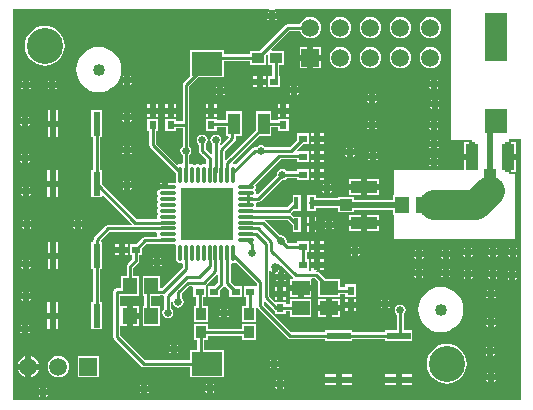
<source format=gtl>
%FSLAX25Y25*%
%MOIN*%
G70*
G01*
G75*
G04 Layer_Physical_Order=1*
G04 Layer_Color=255*
%ADD10O,0.01180X0.05906*%
%ADD11O,0.05906X0.01180*%
%ADD12R,0.17716X0.17716*%
%ADD13R,0.04000X0.03500*%
%ADD14R,0.05906X0.04724*%
%ADD15R,0.03937X0.07087*%
%ADD16R,0.02953X0.02362*%
%ADD17R,0.02362X0.02953*%
%ADD18R,0.02362X0.07874*%
%ADD19R,0.07874X0.02362*%
%ADD20R,0.03500X0.04000*%
%ADD21R,0.04724X0.05512*%
%ADD22R,0.08800X0.04200*%
%ADD23R,0.04000X0.04000*%
%ADD24R,0.01400X0.04000*%
%ADD25R,0.07200X0.08000*%
%ADD26R,0.07200X0.16000*%
%ADD27R,0.04200X0.08800*%
%ADD28R,0.04000X0.04000*%
%ADD29C,0.01000*%
%ADD30C,0.02000*%
%ADD31C,0.04000*%
%ADD32C,0.10000*%
%ADD33R,0.03000X0.03000*%
%ADD34R,0.10000X0.08000*%
%ADD35C,0.12000*%
%ADD36C,0.04000*%
%ADD37R,0.05906X0.05906*%
%ADD38C,0.05906*%
%ADD39C,0.02500*%
G36*
X146800Y87700D02*
X153800D01*
Y87000D01*
X155000D01*
Y81999D01*
X154001D01*
Y81000D01*
X151300D01*
Y77500D01*
X128000D01*
X127800Y77300D01*
Y69356D01*
X127495D01*
Y67631D01*
X114600D01*
Y68600D01*
X109400D01*
Y68231D01*
X101900D01*
Y69200D01*
X99000D01*
Y66759D01*
X98968Y66600D01*
X98969Y66599D01*
X99000Y66441D01*
Y64000D01*
X101900D01*
Y64969D01*
X109400D01*
Y63400D01*
X114600D01*
Y64369D01*
X127495D01*
Y62644D01*
X127800D01*
Y54600D01*
X168100D01*
X168200Y54500D01*
Y76300D01*
X166300D01*
Y77000D01*
X165000D01*
Y81999D01*
Y87000D01*
X166300D01*
Y87900D01*
X170184D01*
Y816D01*
X816D01*
Y131184D01*
X86278D01*
X86423Y130706D01*
X86478Y130743D01*
X87200Y130886D01*
X87922Y130743D01*
X87977Y130706D01*
X88122Y131184D01*
X146800D01*
Y87700D01*
D02*
G37*
%LPC*%
G36*
X159800Y44457D02*
X159466Y44234D01*
X159243Y43900D01*
X159800D01*
Y44457D01*
D02*
G37*
G36*
X153700D02*
Y43900D01*
X154257D01*
X154034Y44234D01*
X153700Y44457D01*
D02*
G37*
G36*
X161800D02*
Y43900D01*
X162357D01*
X162134Y44234D01*
X161800Y44457D01*
D02*
G37*
G36*
X137100Y44657D02*
Y44100D01*
X137657D01*
X137434Y44434D01*
X137100Y44657D01*
D02*
G37*
G36*
X135100D02*
X134766Y44434D01*
X134543Y44100D01*
X135100D01*
Y44657D01*
D02*
G37*
G36*
X91200Y43557D02*
Y43000D01*
X91757D01*
X91534Y43334D01*
X91200Y43557D01*
D02*
G37*
G36*
X89695Y44256D02*
X89657Y44200D01*
X89100D01*
Y43643D01*
X88822Y43457D01*
X88328Y43359D01*
X88605Y42944D01*
X88643Y43000D01*
X89200D01*
Y43557D01*
X89478Y43743D01*
X89972Y43841D01*
X89695Y44256D01*
D02*
G37*
G36*
X166400Y44157D02*
X166066Y43934D01*
X165843Y43600D01*
X166400D01*
Y44157D01*
D02*
G37*
G36*
X151700Y44457D02*
X151366Y44234D01*
X151143Y43900D01*
X151700D01*
Y44457D01*
D02*
G37*
G36*
X168400Y44157D02*
Y43600D01*
X168957D01*
X168734Y43934D01*
X168400Y44157D01*
D02*
G37*
G36*
X6757Y45200D02*
X6200D01*
Y44643D01*
X6534Y44866D01*
X6757Y45200D01*
D02*
G37*
G36*
X4200D02*
X3643D01*
X3866Y44866D01*
X4200Y44643D01*
Y45200D01*
D02*
G37*
G36*
X48000Y46000D02*
X47443D01*
X47666Y45666D01*
X48000Y45443D01*
Y46000D01*
D02*
G37*
G36*
X101362Y47781D02*
X100286D01*
Y47000D01*
X101362D01*
Y47781D01*
D02*
G37*
G36*
X50557Y46000D02*
X50000D01*
Y45443D01*
X50334Y45666D01*
X50557Y46000D01*
D02*
G37*
G36*
X144100Y44857D02*
X143766Y44634D01*
X143543Y44300D01*
X144100D01*
Y44857D01*
D02*
G37*
G36*
X104439Y45000D02*
X103362D01*
Y44219D01*
X104439D01*
Y45000D01*
D02*
G37*
G36*
X146100Y44857D02*
Y44300D01*
X146657D01*
X146434Y44634D01*
X146100Y44857D01*
D02*
G37*
G36*
X15998Y48039D02*
X15217D01*
Y44502D01*
X15998D01*
Y48039D01*
D02*
G37*
G36*
X13217D02*
X12436D01*
Y44502D01*
X13217D01*
Y48039D01*
D02*
G37*
G36*
X146657Y42300D02*
X146100D01*
Y41743D01*
X146434Y41966D01*
X146657Y42300D01*
D02*
G37*
G36*
X161300Y37857D02*
Y37300D01*
X161857D01*
X161634Y37634D01*
X161300Y37857D01*
D02*
G37*
G36*
X159300D02*
X158966Y37634D01*
X158743Y37300D01*
X159300D01*
Y37857D01*
D02*
G37*
G36*
X89000Y38439D02*
X88219D01*
Y37362D01*
X89000D01*
Y38439D01*
D02*
G37*
G36*
X89200Y41000D02*
X88643D01*
X88866Y40666D01*
X89200Y40443D01*
Y41000D01*
D02*
G37*
G36*
X91781Y38439D02*
X91000D01*
Y37362D01*
X91781D01*
Y38439D01*
D02*
G37*
G36*
X95776Y37347D02*
X93223D01*
Y35384D01*
X95776D01*
Y37347D01*
D02*
G37*
G36*
X161857Y35300D02*
X161300D01*
Y34743D01*
X161634Y34966D01*
X161857Y35300D01*
D02*
G37*
G36*
X100328Y37347D02*
X97776D01*
Y35384D01*
X100328D01*
Y37347D01*
D02*
G37*
G36*
X6200Y37057D02*
Y36500D01*
X6757D01*
X6534Y36834D01*
X6200Y37057D01*
D02*
G37*
G36*
X4200D02*
X3866Y36834D01*
X3643Y36500D01*
X4200D01*
Y37057D01*
D02*
G37*
G36*
X162357Y41900D02*
X161800D01*
Y41343D01*
X162134Y41566D01*
X162357Y41900D01*
D02*
G37*
G36*
X159800D02*
X159243D01*
X159466Y41566D01*
X159800Y41343D01*
Y41900D01*
D02*
G37*
G36*
X135100Y42100D02*
X134543D01*
X134766Y41766D01*
X135100Y41543D01*
Y42100D01*
D02*
G37*
G36*
X144100Y42300D02*
X143543D01*
X143766Y41966D01*
X144100Y41743D01*
Y42300D01*
D02*
G37*
G36*
X137657Y42100D02*
X137100D01*
Y41543D01*
X137434Y41766D01*
X137657Y42100D01*
D02*
G37*
G36*
X166400Y41600D02*
X165843D01*
X166066Y41266D01*
X166400Y41043D01*
Y41600D01*
D02*
G37*
G36*
X91757Y41000D02*
X91200D01*
Y40443D01*
X91534Y40666D01*
X91757Y41000D01*
D02*
G37*
G36*
X168957Y41600D02*
X168400D01*
Y41043D01*
X168734Y41266D01*
X168957Y41600D01*
D02*
G37*
G36*
X154257Y41900D02*
X153700D01*
Y41343D01*
X154034Y41566D01*
X154257Y41900D01*
D02*
G37*
G36*
X151700D02*
X151143D01*
X151366Y41566D01*
X151700Y41343D01*
Y41900D01*
D02*
G37*
G36*
X104439Y47781D02*
X103362D01*
Y47000D01*
X104439D01*
Y47781D01*
D02*
G37*
G36*
X153600Y51657D02*
Y51100D01*
X154157D01*
X153934Y51434D01*
X153600Y51657D01*
D02*
G37*
G36*
X151600D02*
X151266Y51434D01*
X151043Y51100D01*
X151600D01*
Y51657D01*
D02*
G37*
G36*
X159900D02*
X159566Y51434D01*
X159343Y51100D01*
X159900D01*
Y51657D01*
D02*
G37*
G36*
X166500D02*
X166166Y51434D01*
X165943Y51100D01*
X166500D01*
Y51657D01*
D02*
G37*
G36*
X161900D02*
Y51100D01*
X162457D01*
X162234Y51434D01*
X161900Y51657D01*
D02*
G37*
G36*
X135200Y51157D02*
X134866Y50934D01*
X134643Y50600D01*
X135200D01*
Y51157D01*
D02*
G37*
G36*
X104439Y51000D02*
X103362D01*
Y50219D01*
X104439D01*
Y51000D01*
D02*
G37*
G36*
X137200Y51157D02*
Y50600D01*
X137757D01*
X137534Y50934D01*
X137200Y51157D01*
D02*
G37*
G36*
X146100D02*
Y50600D01*
X146657D01*
X146434Y50934D01*
X146100Y51157D01*
D02*
G37*
G36*
X144100D02*
X143766Y50934D01*
X143543Y50600D01*
X144100D01*
Y51157D01*
D02*
G37*
G36*
X104439Y53781D02*
X103362D01*
Y53000D01*
X104439D01*
Y53781D01*
D02*
G37*
G36*
X101362D02*
X100286D01*
Y53000D01*
X101362D01*
Y53781D01*
D02*
G37*
G36*
X99600Y62000D02*
X99000D01*
Y59399D01*
Y56800D01*
X99600D01*
Y59399D01*
Y62000D01*
D02*
G37*
G36*
X117000Y59000D02*
X113000D01*
Y57300D01*
X117000D01*
Y59000D01*
D02*
G37*
G36*
X101900Y58400D02*
X101600D01*
Y56800D01*
X101900D01*
Y58400D01*
D02*
G37*
G36*
X114000Y51957D02*
X113666Y51734D01*
X113443Y51400D01*
X114000D01*
Y51957D01*
D02*
G37*
G36*
X168500Y51657D02*
Y51100D01*
X169057D01*
X168834Y51434D01*
X168500Y51657D01*
D02*
G37*
G36*
X116000Y51957D02*
Y51400D01*
X116557D01*
X116334Y51734D01*
X116000Y51957D01*
D02*
G37*
G36*
X39214Y52781D02*
X38138D01*
Y52000D01*
X39214D01*
Y52781D01*
D02*
G37*
G36*
X36138D02*
X35061D01*
Y52000D01*
X36138D01*
Y52781D01*
D02*
G37*
G36*
X101362Y51000D02*
X100286D01*
Y50219D01*
X101362D01*
Y51000D01*
D02*
G37*
G36*
X144100Y48600D02*
X143543D01*
X143766Y48266D01*
X144100Y48043D01*
Y48600D01*
D02*
G37*
G36*
X137757D02*
X137200D01*
Y48043D01*
X137534Y48266D01*
X137757Y48600D01*
D02*
G37*
G36*
X146657D02*
X146100D01*
Y48043D01*
X146434Y48266D01*
X146657Y48600D01*
D02*
G37*
G36*
X154157Y49100D02*
X153600D01*
Y48543D01*
X153934Y48766D01*
X154157Y49100D01*
D02*
G37*
G36*
X151600D02*
X151043D01*
X151266Y48766D01*
X151600Y48543D01*
Y49100D01*
D02*
G37*
G36*
X6200Y47757D02*
Y47200D01*
X6757D01*
X6534Y47534D01*
X6200Y47757D01*
D02*
G37*
G36*
X4200D02*
X3866Y47534D01*
X3643Y47200D01*
X4200D01*
Y47757D01*
D02*
G37*
G36*
X48000Y48557D02*
X47666Y48334D01*
X47443Y48000D01*
X48000D01*
Y48557D01*
D02*
G37*
G36*
X135200Y48600D02*
X134643D01*
X134866Y48266D01*
X135200Y48043D01*
Y48600D01*
D02*
G37*
G36*
X50000Y48557D02*
Y48000D01*
X50557D01*
X50334Y48334D01*
X50000Y48557D01*
D02*
G37*
G36*
X36138Y50000D02*
X35061D01*
Y49219D01*
X36138D01*
Y50000D01*
D02*
G37*
G36*
X116557Y49400D02*
X116000D01*
Y48843D01*
X116334Y49066D01*
X116557Y49400D01*
D02*
G37*
G36*
X39214Y50000D02*
X38138D01*
Y49219D01*
X39214D01*
Y50000D01*
D02*
G37*
G36*
X15998Y53576D02*
X15217D01*
Y50039D01*
X15998D01*
Y53576D01*
D02*
G37*
G36*
X13217D02*
X12436D01*
Y50039D01*
X13217D01*
Y53576D01*
D02*
G37*
G36*
X162457Y49100D02*
X161900D01*
Y48543D01*
X162234Y48766D01*
X162457Y49100D01*
D02*
G37*
G36*
X159900D02*
X159343D01*
X159566Y48766D01*
X159900Y48543D01*
Y49100D01*
D02*
G37*
G36*
X166500D02*
X165943D01*
X166166Y48766D01*
X166500Y48543D01*
Y49100D01*
D02*
G37*
G36*
X114000Y49400D02*
X113443D01*
X113666Y49066D01*
X114000Y48843D01*
Y49400D01*
D02*
G37*
G36*
X169057Y49100D02*
X168500D01*
Y48543D01*
X168834Y48766D01*
X169057Y49100D01*
D02*
G37*
G36*
X128539Y9419D02*
X125002D01*
Y8638D01*
X128539D01*
Y9419D01*
D02*
G37*
G36*
X9431Y11000D02*
X7000D01*
Y8569D01*
X7792Y8897D01*
X8534Y9466D01*
X9103Y10208D01*
X9431Y11000D01*
D02*
G37*
G36*
X134076Y9419D02*
X130539D01*
Y8638D01*
X134076D01*
Y9419D01*
D02*
G37*
G36*
X113998Y9498D02*
X110461D01*
Y8717D01*
X113998D01*
Y9498D01*
D02*
G37*
G36*
X108461D02*
X104924D01*
Y8717D01*
X108461D01*
Y9498D01*
D02*
G37*
G36*
X90800Y7757D02*
Y7200D01*
X91357D01*
X91134Y7534D01*
X90800Y7757D01*
D02*
G37*
G36*
X88800D02*
X88466Y7534D01*
X88243Y7200D01*
X88800D01*
Y7757D01*
D02*
G37*
G36*
X16000Y15583D02*
X15073Y15461D01*
X14208Y15103D01*
X13466Y14534D01*
X12897Y13792D01*
X12539Y12927D01*
X12417Y12000D01*
X12539Y11073D01*
X12897Y10208D01*
X13466Y9466D01*
X14208Y8897D01*
X15073Y8539D01*
X16000Y8417D01*
X16927Y8539D01*
X17792Y8897D01*
X18534Y9466D01*
X19103Y10208D01*
X19461Y11073D01*
X19583Y12000D01*
X19461Y12927D01*
X19103Y13792D01*
X18534Y14534D01*
X17792Y15103D01*
X16927Y15461D01*
X16000Y15583D01*
D02*
G37*
G36*
X5000Y11000D02*
X2569D01*
X2897Y10208D01*
X3466Y9466D01*
X4208Y8897D01*
X5000Y8569D01*
Y11000D01*
D02*
G37*
G36*
X29553Y15553D02*
X22447D01*
Y8447D01*
X29553D01*
Y15553D01*
D02*
G37*
G36*
X87000Y14557D02*
X86666Y14334D01*
X86443Y14000D01*
X87000D01*
Y14557D01*
D02*
G37*
G36*
X7000Y15431D02*
Y13000D01*
X9431D01*
X9103Y13792D01*
X8534Y14534D01*
X7792Y15103D01*
X7000Y15431D01*
D02*
G37*
G36*
X89000Y14557D02*
Y14000D01*
X89557D01*
X89334Y14334D01*
X89000Y14557D01*
D02*
G37*
G36*
X161557Y16100D02*
X161000D01*
Y15543D01*
X161334Y15766D01*
X161557Y16100D01*
D02*
G37*
G36*
X159000D02*
X158443D01*
X158666Y15766D01*
X159000Y15543D01*
Y16100D01*
D02*
G37*
G36*
X161300Y10057D02*
Y9500D01*
X161857D01*
X161634Y9834D01*
X161300Y10057D01*
D02*
G37*
G36*
X159300D02*
X158966Y9834D01*
X158743Y9500D01*
X159300D01*
Y10057D01*
D02*
G37*
G36*
X87000Y12000D02*
X86443D01*
X86666Y11666D01*
X87000Y11443D01*
Y12000D01*
D02*
G37*
G36*
X5000Y15431D02*
X4208Y15103D01*
X3466Y14534D01*
X2897Y13792D01*
X2569Y13000D01*
X5000D01*
Y15431D01*
D02*
G37*
G36*
X89557Y12000D02*
X89000D01*
Y11443D01*
X89334Y11666D01*
X89557Y12000D01*
D02*
G37*
G36*
X161857Y7500D02*
X161300D01*
Y6943D01*
X161634Y7166D01*
X161857Y7500D01*
D02*
G37*
G36*
X10000Y5157D02*
X9666Y4934D01*
X9443Y4600D01*
X10000D01*
Y5157D01*
D02*
G37*
G36*
X68057Y3900D02*
X67500D01*
Y3343D01*
X67834Y3566D01*
X68057Y3900D01*
D02*
G37*
G36*
X12000Y5157D02*
Y4600D01*
X12557D01*
X12334Y4934D01*
X12000Y5157D01*
D02*
G37*
G36*
X91357Y5200D02*
X90800D01*
Y4643D01*
X91134Y4866D01*
X91357Y5200D01*
D02*
G37*
G36*
X88800D02*
X88243D01*
X88466Y4866D01*
X88800Y4643D01*
Y5200D01*
D02*
G37*
G36*
X12557Y2600D02*
X12000D01*
Y2043D01*
X12334Y2266D01*
X12557Y2600D01*
D02*
G37*
G36*
X10000D02*
X9443D01*
X9666Y2266D01*
X10000Y2043D01*
Y2600D01*
D02*
G37*
G36*
X43700Y3700D02*
X43143D01*
X43366Y3366D01*
X43700Y3143D01*
Y3700D01*
D02*
G37*
G36*
X65500Y3900D02*
X64943D01*
X65166Y3566D01*
X65500Y3343D01*
Y3900D01*
D02*
G37*
G36*
X46257Y3700D02*
X45700D01*
Y3143D01*
X46034Y3366D01*
X46257Y3700D01*
D02*
G37*
G36*
X108461Y6717D02*
X104924D01*
Y5935D01*
X108461D01*
Y6717D01*
D02*
G37*
G36*
X67500Y6457D02*
Y5900D01*
X68057D01*
X67834Y6234D01*
X67500Y6457D01*
D02*
G37*
G36*
X113998Y6717D02*
X110461D01*
Y5935D01*
X113998D01*
Y6717D01*
D02*
G37*
G36*
X159300Y7500D02*
X158743D01*
X158966Y7166D01*
X159300Y6943D01*
Y7500D01*
D02*
G37*
G36*
X145500Y19632D02*
X144206Y19504D01*
X142962Y19127D01*
X141815Y18514D01*
X140811Y17689D01*
X139986Y16684D01*
X139373Y15538D01*
X138996Y14294D01*
X138868Y13000D01*
X138996Y11706D01*
X139373Y10462D01*
X139986Y9315D01*
X140811Y8310D01*
X141815Y7486D01*
X142962Y6873D01*
X144206Y6496D01*
X145500Y6368D01*
X146794Y6496D01*
X148038Y6873D01*
X149185Y7486D01*
X150189Y8310D01*
X151014Y9315D01*
X151627Y10462D01*
X152005Y11706D01*
X152132Y13000D01*
X152005Y14294D01*
X151627Y15538D01*
X151014Y16684D01*
X150189Y17689D01*
X149185Y18514D01*
X148038Y19127D01*
X146794Y19504D01*
X145500Y19632D01*
D02*
G37*
G36*
X45700Y6257D02*
Y5700D01*
X46257D01*
X46034Y6034D01*
X45700Y6257D01*
D02*
G37*
G36*
X43700D02*
X43366Y6034D01*
X43143Y5700D01*
X43700D01*
Y6257D01*
D02*
G37*
G36*
X128539Y6638D02*
X125002D01*
Y5857D01*
X128539D01*
Y6638D01*
D02*
G37*
G36*
X65500Y6457D02*
X65166Y6234D01*
X64943Y5900D01*
X65500D01*
Y6457D01*
D02*
G37*
G36*
X134076Y6638D02*
X130539D01*
Y5857D01*
X134076D01*
Y6638D01*
D02*
G37*
G36*
X53500Y17000D02*
X52943D01*
X53166Y16666D01*
X53500Y16443D01*
Y17000D01*
D02*
G37*
G36*
X72200Y31557D02*
Y31000D01*
X72757D01*
X72534Y31334D01*
X72200Y31557D01*
D02*
G37*
G36*
X70200D02*
X69866Y31334D01*
X69643Y31000D01*
X70200D01*
Y31557D01*
D02*
G37*
G36*
X124000Y32000D02*
X123443D01*
X123666Y31666D01*
X124000Y31443D01*
Y32000D01*
D02*
G37*
G36*
X105224Y34616D02*
X102672D01*
Y32653D01*
X105224D01*
Y34616D01*
D02*
G37*
G36*
X126557Y32000D02*
X126000D01*
Y31443D01*
X126334Y31666D01*
X126557Y32000D01*
D02*
G37*
G36*
X15919Y33498D02*
X15138D01*
Y29961D01*
X15919D01*
Y33498D01*
D02*
G37*
G36*
X13138D02*
X12357D01*
Y29961D01*
X13138D01*
Y33498D01*
D02*
G37*
G36*
X42919Y32356D02*
X40957D01*
Y30000D01*
X42919D01*
Y32356D01*
D02*
G37*
G36*
X115281Y31638D02*
X114500D01*
Y30561D01*
X115281D01*
Y31638D01*
D02*
G37*
G36*
X112500D02*
X111719D01*
Y30561D01*
X112500D01*
Y31638D01*
D02*
G37*
G36*
X126000Y34557D02*
Y34000D01*
X126557D01*
X126334Y34334D01*
X126000Y34557D01*
D02*
G37*
G36*
X124000D02*
X123666Y34334D01*
X123443Y34000D01*
X124000D01*
Y34557D01*
D02*
G37*
G36*
X89000Y35362D02*
X88219D01*
Y34286D01*
X89000D01*
Y35362D01*
D02*
G37*
G36*
X159300Y35300D02*
X158743D01*
X158966Y34966D01*
X159300Y34743D01*
Y35300D01*
D02*
G37*
G36*
X91781Y35362D02*
X91000D01*
Y34286D01*
X91781D01*
Y35362D01*
D02*
G37*
G36*
X112500Y34714D02*
X111719D01*
Y33638D01*
X112500D01*
Y34714D01*
D02*
G37*
G36*
X109777Y34616D02*
X107224D01*
Y32653D01*
X109777D01*
Y34616D01*
D02*
G37*
G36*
X115281Y34714D02*
X114500D01*
Y33638D01*
X115281D01*
Y34714D01*
D02*
G37*
G36*
X6757Y34500D02*
X6200D01*
Y33943D01*
X6534Y34166D01*
X6757Y34500D01*
D02*
G37*
G36*
X4200D02*
X3643D01*
X3866Y34166D01*
X4200Y33943D01*
Y34500D01*
D02*
G37*
G36*
X109777Y30654D02*
X107224D01*
Y28691D01*
X109777D01*
Y30654D01*
D02*
G37*
G36*
X6457Y23700D02*
X5900D01*
Y23143D01*
X6234Y23366D01*
X6457Y23700D01*
D02*
G37*
G36*
X3900D02*
X3343D01*
X3566Y23366D01*
X3900Y23143D01*
Y23700D01*
D02*
G37*
G36*
X143500Y38539D02*
X142029Y38394D01*
X140615Y37966D01*
X139311Y37269D01*
X138169Y36331D01*
X137231Y35189D01*
X136535Y33885D01*
X136105Y32471D01*
X135961Y31000D01*
X136105Y29529D01*
X136535Y28115D01*
X137231Y26811D01*
X138169Y25669D01*
X139311Y24731D01*
X140615Y24035D01*
X142029Y23605D01*
X143500Y23461D01*
X144971Y23605D01*
X146385Y24035D01*
X147689Y24731D01*
X148831Y25669D01*
X149769Y26811D01*
X150466Y28115D01*
X150895Y29529D01*
X151039Y31000D01*
X150895Y32471D01*
X150466Y33885D01*
X149769Y35189D01*
X148831Y36331D01*
X147689Y37269D01*
X146385Y37966D01*
X144971Y38394D01*
X143500Y38539D01*
D02*
G37*
G36*
X15919Y27961D02*
X15138D01*
Y24424D01*
X15919D01*
Y27961D01*
D02*
G37*
G36*
X13138D02*
X12357D01*
Y24424D01*
X13138D01*
Y27961D01*
D02*
G37*
G36*
X159000Y18657D02*
X158666Y18434D01*
X158443Y18100D01*
X159000D01*
Y18657D01*
D02*
G37*
G36*
X56057Y17000D02*
X55500D01*
Y16443D01*
X55834Y16666D01*
X56057Y17000D01*
D02*
G37*
G36*
X161000Y18657D02*
Y18100D01*
X161557D01*
X161334Y18434D01*
X161000Y18657D01*
D02*
G37*
G36*
X55500Y19557D02*
Y19000D01*
X56057D01*
X55834Y19334D01*
X55500Y19557D01*
D02*
G37*
G36*
X53500D02*
X53166Y19334D01*
X52943Y19000D01*
X53500D01*
Y19557D01*
D02*
G37*
G36*
X161300Y28457D02*
Y27900D01*
X161857D01*
X161634Y28234D01*
X161300Y28457D01*
D02*
G37*
G36*
X159300D02*
X158966Y28234D01*
X158743Y27900D01*
X159300D01*
Y28457D01*
D02*
G37*
G36*
X70200Y29000D02*
X69643D01*
X69866Y28666D01*
X70200Y28443D01*
Y29000D01*
D02*
G37*
G36*
X105224Y30654D02*
X102672D01*
Y28691D01*
X105224D01*
Y30654D01*
D02*
G37*
G36*
X72757Y29000D02*
X72200D01*
Y28443D01*
X72534Y28666D01*
X72757Y29000D01*
D02*
G37*
G36*
X161857Y25900D02*
X161300D01*
Y25343D01*
X161634Y25566D01*
X161857Y25900D01*
D02*
G37*
G36*
X159300D02*
X158743D01*
X158966Y25566D01*
X159300Y25343D01*
Y25900D01*
D02*
G37*
G36*
X42919Y28000D02*
X40957D01*
Y25644D01*
X42919D01*
Y28000D01*
D02*
G37*
G36*
X5900Y26257D02*
Y25700D01*
X6457D01*
X6234Y26034D01*
X5900Y26257D01*
D02*
G37*
G36*
X3900D02*
X3566Y26034D01*
X3343Y25700D01*
X3900D01*
Y26257D01*
D02*
G37*
G36*
X123000Y59000D02*
X119000D01*
Y57300D01*
X123000D01*
Y59000D01*
D02*
G37*
G36*
X68781Y99439D02*
X68000D01*
Y98362D01*
X68781D01*
Y99439D01*
D02*
G37*
G36*
X66000D02*
X65219D01*
Y98362D01*
X66000D01*
Y99439D01*
D02*
G37*
G36*
X90000D02*
X89219D01*
Y98362D01*
X90000D01*
Y99439D01*
D02*
G37*
G36*
X119600Y100500D02*
X119043D01*
X119266Y100166D01*
X119600Y99943D01*
Y100500D01*
D02*
G37*
G36*
X92781Y99439D02*
X92000D01*
Y98362D01*
X92781D01*
Y99439D01*
D02*
G37*
G36*
X46500D02*
X45719D01*
Y98362D01*
X46500D01*
Y99439D01*
D02*
G37*
G36*
X143057Y98600D02*
X142500D01*
Y98043D01*
X142834Y98266D01*
X143057Y98600D01*
D02*
G37*
G36*
X49281Y99439D02*
X48500D01*
Y98362D01*
X49281D01*
Y99439D01*
D02*
G37*
G36*
X55281D02*
X54500D01*
Y98362D01*
X55281D01*
Y99439D01*
D02*
G37*
G36*
X52500D02*
X51719D01*
Y98362D01*
X52500D01*
Y99439D01*
D02*
G37*
G36*
X121600Y103057D02*
Y102500D01*
X122157D01*
X121934Y102834D01*
X121600Y103057D01*
D02*
G37*
G36*
X119600D02*
X119266Y102834D01*
X119043Y102500D01*
X119600D01*
Y103057D01*
D02*
G37*
G36*
X93700Y103200D02*
X93143D01*
X93366Y102866D01*
X93700Y102643D01*
Y103200D01*
D02*
G37*
G36*
X29500Y118539D02*
X28029Y118395D01*
X26615Y117965D01*
X25311Y117269D01*
X24169Y116331D01*
X23231Y115189D01*
X22535Y113885D01*
X22105Y112471D01*
X21961Y111000D01*
X22105Y109529D01*
X22535Y108115D01*
X23231Y106811D01*
X24169Y105669D01*
X25311Y104731D01*
X26615Y104034D01*
X28029Y103605D01*
X29500Y103461D01*
X30971Y103605D01*
X32385Y104034D01*
X33689Y104731D01*
X34831Y105669D01*
X35769Y106811D01*
X36465Y108115D01*
X36895Y109529D01*
X37039Y111000D01*
X36895Y112471D01*
X36465Y113885D01*
X35769Y115189D01*
X34831Y116331D01*
X33689Y117269D01*
X32385Y117965D01*
X30971Y118395D01*
X29500Y118539D01*
D02*
G37*
G36*
X96257Y103200D02*
X95700D01*
Y102643D01*
X96034Y102866D01*
X96257Y103200D01*
D02*
G37*
G36*
X140500Y101157D02*
X140166Y100934D01*
X139943Y100600D01*
X140500D01*
Y101157D01*
D02*
G37*
G36*
X122157Y100500D02*
X121600D01*
Y99943D01*
X121934Y100166D01*
X122157Y100500D01*
D02*
G37*
G36*
X142500Y101157D02*
Y100600D01*
X143057D01*
X142834Y100934D01*
X142500Y101157D01*
D02*
G37*
G36*
X71557Y103000D02*
X71000D01*
Y102443D01*
X71334Y102666D01*
X71557Y103000D01*
D02*
G37*
G36*
X69000D02*
X68443D01*
X68666Y102666D01*
X69000Y102443D01*
Y103000D01*
D02*
G37*
G36*
X140500Y98600D02*
X139943D01*
X140166Y98266D01*
X140500Y98043D01*
Y98600D01*
D02*
G37*
G36*
X13217Y97576D02*
X12436D01*
Y94039D01*
X13217D01*
Y97576D01*
D02*
G37*
G36*
X121600Y94257D02*
Y93700D01*
X122157D01*
X121934Y94034D01*
X121600Y94257D01*
D02*
G37*
G36*
X15998Y97576D02*
X15217D01*
Y94039D01*
X15998D01*
Y97576D01*
D02*
G37*
G36*
X5900Y95457D02*
Y94900D01*
X6457D01*
X6234Y95234D01*
X5900Y95457D01*
D02*
G37*
G36*
X3900D02*
X3566Y95234D01*
X3343Y94900D01*
X3900D01*
Y95457D01*
D02*
G37*
G36*
X142100Y93957D02*
Y93400D01*
X142657D01*
X142434Y93734D01*
X142100Y93957D01*
D02*
G37*
G36*
X140100D02*
X139766Y93734D01*
X139543Y93400D01*
X140100D01*
Y93957D01*
D02*
G37*
G36*
X37900Y94100D02*
X37343D01*
X37566Y93766D01*
X37900Y93543D01*
Y94100D01*
D02*
G37*
G36*
X119600Y94257D02*
X119266Y94034D01*
X119043Y93700D01*
X119600D01*
Y94257D01*
D02*
G37*
G36*
X40457Y94100D02*
X39900D01*
Y93543D01*
X40234Y93766D01*
X40457Y94100D01*
D02*
G37*
G36*
X90000Y96362D02*
X89219D01*
Y95286D01*
X90000D01*
Y96362D01*
D02*
G37*
G36*
X68781D02*
X68000D01*
Y95286D01*
X68781D01*
Y96362D01*
D02*
G37*
G36*
X92781D02*
X92000D01*
Y95286D01*
X92781D01*
Y96362D01*
D02*
G37*
G36*
X39900Y96657D02*
Y96100D01*
X40457D01*
X40234Y96434D01*
X39900Y96657D01*
D02*
G37*
G36*
X37900D02*
X37566Y96434D01*
X37343Y96100D01*
X37900D01*
Y96657D01*
D02*
G37*
G36*
X49281Y96362D02*
X48500D01*
Y95286D01*
X49281D01*
Y96362D01*
D02*
G37*
G36*
X46500D02*
X45719D01*
Y95286D01*
X46500D01*
Y96362D01*
D02*
G37*
G36*
X52500D02*
X51719D01*
Y95286D01*
X52500D01*
Y96362D01*
D02*
G37*
G36*
X66000D02*
X65219D01*
Y95286D01*
X66000D01*
Y96362D01*
D02*
G37*
G36*
X55281D02*
X54500D01*
Y95286D01*
X55281D01*
Y96362D01*
D02*
G37*
G36*
X4200Y105000D02*
X3643D01*
X3866Y104666D01*
X4200Y104443D01*
Y105000D01*
D02*
G37*
G36*
X99000Y114000D02*
X96447D01*
Y111447D01*
X99000D01*
Y114000D01*
D02*
G37*
G36*
X140000Y118583D02*
X139073Y118461D01*
X138208Y118103D01*
X137466Y117534D01*
X136897Y116792D01*
X136539Y115927D01*
X136417Y115000D01*
X136539Y114073D01*
X136897Y113208D01*
X137466Y112466D01*
X138208Y111897D01*
X139073Y111539D01*
X140000Y111417D01*
X140927Y111539D01*
X141792Y111897D01*
X142534Y112466D01*
X143103Y113208D01*
X143461Y114073D01*
X143583Y115000D01*
X143461Y115927D01*
X143103Y116792D01*
X142534Y117534D01*
X141792Y118103D01*
X140927Y118461D01*
X140000Y118583D01*
D02*
G37*
G36*
X103553Y114000D02*
X101000D01*
Y111447D01*
X103553D01*
Y114000D01*
D02*
G37*
G36*
X99000Y118553D02*
X96447D01*
Y116000D01*
X99000D01*
Y118553D01*
D02*
G37*
G36*
X11500Y125632D02*
X10206Y125505D01*
X8962Y125127D01*
X7816Y124514D01*
X6810Y123689D01*
X5986Y122685D01*
X5373Y121538D01*
X4995Y120294D01*
X4868Y119000D01*
X4995Y117706D01*
X5373Y116462D01*
X5986Y115315D01*
X6810Y114311D01*
X7816Y113486D01*
X8962Y112873D01*
X10206Y112496D01*
X11500Y112368D01*
X12794Y112496D01*
X14038Y112873D01*
X15184Y113486D01*
X16190Y114311D01*
X17014Y115315D01*
X17627Y116462D01*
X18004Y117706D01*
X18132Y119000D01*
X18004Y120294D01*
X17627Y121538D01*
X17014Y122685D01*
X16190Y123689D01*
X15184Y124514D01*
X14038Y125127D01*
X12794Y125505D01*
X11500Y125632D01*
D02*
G37*
G36*
X40000Y109057D02*
Y108500D01*
X40557D01*
X40334Y108834D01*
X40000Y109057D01*
D02*
G37*
G36*
X38000D02*
X37666Y108834D01*
X37443Y108500D01*
X38000D01*
Y109057D01*
D02*
G37*
G36*
X110000Y118583D02*
X109073Y118461D01*
X108208Y118103D01*
X107466Y117534D01*
X106897Y116792D01*
X106539Y115927D01*
X106417Y115000D01*
X106539Y114073D01*
X106897Y113208D01*
X107466Y112466D01*
X108208Y111897D01*
X109073Y111539D01*
X110000Y111417D01*
X110927Y111539D01*
X111792Y111897D01*
X112534Y112466D01*
X113103Y113208D01*
X113461Y114073D01*
X113583Y115000D01*
X113461Y115927D01*
X113103Y116792D01*
X112534Y117534D01*
X111792Y118103D01*
X110927Y118461D01*
X110000Y118583D01*
D02*
G37*
G36*
X130000D02*
X129073Y118461D01*
X128208Y118103D01*
X127466Y117534D01*
X126897Y116792D01*
X126539Y115927D01*
X126417Y115000D01*
X126539Y114073D01*
X126897Y113208D01*
X127466Y112466D01*
X128208Y111897D01*
X129073Y111539D01*
X130000Y111417D01*
X130927Y111539D01*
X131792Y111897D01*
X132534Y112466D01*
X133103Y113208D01*
X133461Y114073D01*
X133583Y115000D01*
X133461Y115927D01*
X133103Y116792D01*
X132534Y117534D01*
X131792Y118103D01*
X130927Y118461D01*
X130000Y118583D01*
D02*
G37*
G36*
X120000D02*
X119073Y118461D01*
X118208Y118103D01*
X117466Y117534D01*
X116897Y116792D01*
X116539Y115927D01*
X116417Y115000D01*
X116539Y114073D01*
X116897Y113208D01*
X117466Y112466D01*
X118208Y111897D01*
X119073Y111539D01*
X120000Y111417D01*
X120927Y111539D01*
X121792Y111897D01*
X122534Y112466D01*
X123103Y113208D01*
X123461Y114073D01*
X123583Y115000D01*
X123461Y115927D01*
X123103Y116792D01*
X122534Y117534D01*
X121792Y118103D01*
X120927Y118461D01*
X120000Y118583D01*
D02*
G37*
G36*
X86200Y128000D02*
X85643D01*
X85866Y127666D01*
X86200Y127443D01*
Y128000D01*
D02*
G37*
G36*
X100000Y128583D02*
X99073Y128461D01*
X98208Y128103D01*
X97466Y127534D01*
X96897Y126792D01*
X96619Y126122D01*
X92508D01*
X92508Y126122D01*
X92079Y126036D01*
X91715Y125793D01*
X91715Y125793D01*
X83272Y117350D01*
X79908D01*
Y116122D01*
X71100D01*
Y117600D01*
X59900D01*
Y108986D01*
X57746Y106832D01*
X57503Y106468D01*
X57417Y106039D01*
X57417Y106039D01*
Y93759D01*
X55281D01*
Y94714D01*
X51719D01*
Y90561D01*
X55281D01*
Y91516D01*
X57417D01*
Y85502D01*
X57166Y85334D01*
X56757Y84722D01*
X56614Y84000D01*
X56757Y83278D01*
X57166Y82666D01*
X57417Y82498D01*
Y79796D01*
X57031Y79479D01*
X56571Y79571D01*
X56106Y79478D01*
X55718Y79219D01*
X48622Y86315D01*
Y90561D01*
X49281D01*
Y94714D01*
X45719D01*
Y90561D01*
X46378D01*
Y85850D01*
X46378Y85850D01*
X46464Y85421D01*
X46707Y85057D01*
X55357Y76407D01*
Y73632D01*
X55405Y73389D01*
X55052Y73035D01*
X54868Y73072D01*
X52720D01*
Y71857D01*
X51722D01*
Y71103D01*
X50143D01*
X49678Y71011D01*
X49474Y70874D01*
X49285Y71000D01*
Y70748D01*
X49022Y70354D01*
X48929Y69890D01*
X49022Y69425D01*
X49285Y69032D01*
Y68779D01*
X49022Y68386D01*
X48929Y67921D01*
X49022Y67457D01*
X49285Y67063D01*
Y66811D01*
X49022Y66417D01*
X48929Y65953D01*
X49022Y65488D01*
X49285Y65095D01*
Y64842D01*
X49022Y64449D01*
X48929Y63984D01*
X49022Y63520D01*
X49285Y63126D01*
Y62874D01*
X49022Y62480D01*
X48929Y62016D01*
X49021Y61555D01*
X48704Y61169D01*
X42161D01*
X30564Y72766D01*
Y77498D01*
X29905D01*
Y88502D01*
X30564D01*
Y97576D01*
X27002D01*
Y88502D01*
X27662D01*
Y77498D01*
X27002D01*
Y68424D01*
X30564D01*
Y68940D01*
X31026Y69131D01*
X40496Y59662D01*
X40304Y59200D01*
X32579D01*
X32579Y59200D01*
X32149Y59115D01*
X31786Y58872D01*
X31786Y58872D01*
X27990Y55076D01*
X27747Y54713D01*
X27662Y54283D01*
X27662Y54283D01*
Y53576D01*
X27002D01*
Y44502D01*
X27662D01*
Y33498D01*
X27002D01*
Y24424D01*
X30564D01*
Y33498D01*
X29905D01*
Y44502D01*
X30564D01*
Y53576D01*
X30316D01*
X30125Y54038D01*
X33043Y56957D01*
X48704D01*
X49021Y56571D01*
X48929Y56110D01*
X49021Y55650D01*
X48704Y55263D01*
X45004D01*
X45004Y55263D01*
X44575Y55178D01*
X44211Y54935D01*
X44211Y54935D01*
X42057Y52781D01*
X39786D01*
Y49219D01*
X40741D01*
Y47827D01*
X39164Y46250D01*
X38921Y45886D01*
X38835Y45457D01*
X38835Y45457D01*
Y42356D01*
X36994D01*
Y38122D01*
X35500D01*
X35071Y38036D01*
X34707Y37793D01*
X34464Y37429D01*
X34378Y37000D01*
Y22000D01*
X34378Y22000D01*
X34464Y21571D01*
X34707Y21207D01*
X43707Y12207D01*
X43707Y12207D01*
X44071Y11964D01*
X44500Y11878D01*
X59900D01*
Y8400D01*
X71100D01*
Y17600D01*
X64622D01*
Y20908D01*
X65850D01*
Y22386D01*
X77150D01*
Y20908D01*
X81850D01*
Y26108D01*
X77150D01*
Y24629D01*
X65850D01*
Y26108D01*
X61150D01*
Y20908D01*
X62379D01*
Y17600D01*
X59900D01*
Y14121D01*
X44965D01*
X36622Y22465D01*
Y25644D01*
X36994D01*
Y25644D01*
X38957D01*
Y28999D01*
Y32356D01*
X36994D01*
Y32356D01*
X36975D01*
X36622Y32710D01*
Y35644D01*
X36994D01*
Y35644D01*
X42919D01*
Y42356D01*
X41078D01*
Y44992D01*
X42655Y46569D01*
X42655Y46569D01*
X42898Y46933D01*
X42984Y47362D01*
Y49219D01*
X43939D01*
Y51490D01*
X45469Y53020D01*
X49681D01*
X50143Y52928D01*
X54868D01*
X55052Y52965D01*
X55406Y52611D01*
X55357Y52368D01*
Y47643D01*
X55449Y47178D01*
X55712Y46785D01*
X56106Y46522D01*
X56571Y46429D01*
X57031Y46521D01*
X57417Y46204D01*
Y45004D01*
X50535Y38122D01*
X50006D01*
Y42356D01*
X44081D01*
Y35644D01*
X44741D01*
Y32356D01*
X44081D01*
Y25644D01*
X50006D01*
Y32356D01*
X46984D01*
Y35644D01*
X50006D01*
Y35878D01*
X51000D01*
X51000Y35878D01*
X51031Y35885D01*
X51385Y35531D01*
X51378Y35500D01*
X51378Y35500D01*
Y31476D01*
X51166Y31334D01*
X50757Y30722D01*
X50614Y30000D01*
X50757Y29278D01*
X51166Y28666D01*
X51778Y28257D01*
X52500Y28114D01*
X53222Y28257D01*
X53834Y28666D01*
X54243Y29278D01*
X54386Y30000D01*
X54243Y30722D01*
X53834Y31334D01*
X53622Y31476D01*
Y33424D01*
X54119Y33473D01*
X54257Y32778D01*
X54666Y32166D01*
X55278Y31757D01*
X56000Y31614D01*
X56722Y31757D01*
X57334Y32166D01*
X57743Y32778D01*
X57886Y33500D01*
X57743Y34222D01*
X57334Y34834D01*
X57122Y34976D01*
Y36273D01*
X59727Y38878D01*
X60708D01*
X61061Y38525D01*
Y35219D01*
X62016D01*
Y32092D01*
X61150D01*
Y26892D01*
X65850D01*
Y32092D01*
X64259D01*
Y35219D01*
X65214D01*
Y38626D01*
X65214Y38626D01*
X65214Y38626D01*
X65214Y38781D01*
Y38781D01*
X65214Y39154D01*
X65293Y39207D01*
X68766Y42680D01*
X69229Y42489D01*
Y39952D01*
X68057Y38781D01*
X65786D01*
Y35219D01*
X69939D01*
Y37490D01*
X71143Y38695D01*
X71143Y38695D01*
X71210Y38795D01*
X71708Y38844D01*
X73061Y37490D01*
Y35219D01*
X77214D01*
Y38781D01*
X74943D01*
X73440Y40284D01*
Y46204D01*
X73827Y46521D01*
X74287Y46429D01*
X74751Y46522D01*
X75140Y46781D01*
X82178Y39743D01*
Y38781D01*
X82178D01*
X81939D01*
X81825Y38781D01*
X81825Y38781D01*
Y38781D01*
X77786D01*
Y35219D01*
X78741D01*
Y32092D01*
X77150D01*
Y26892D01*
X81850D01*
Y31529D01*
X82328Y31674D01*
X82507Y31407D01*
X92423Y21490D01*
X92787Y21247D01*
X93217Y21162D01*
X93217Y21162D01*
X104924D01*
Y20502D01*
X113998D01*
Y21162D01*
X125002D01*
Y20502D01*
X134076D01*
Y24065D01*
X131122D01*
Y29324D01*
X131334Y29466D01*
X131743Y30078D01*
X131886Y30800D01*
X131743Y31522D01*
X131334Y32134D01*
X130722Y32543D01*
X130000Y32686D01*
X129278Y32543D01*
X128666Y32134D01*
X128257Y31522D01*
X128114Y30800D01*
X128257Y30078D01*
X128666Y29466D01*
X128878Y29324D01*
Y24065D01*
X125002D01*
Y23405D01*
X113998D01*
Y24065D01*
X104924D01*
Y23405D01*
X93681D01*
X84422Y32665D01*
Y33539D01*
X84883Y33730D01*
X87907Y30707D01*
X87907Y30707D01*
X88219Y30498D01*
Y29561D01*
X91781D01*
Y30516D01*
X93223D01*
Y28691D01*
X100328D01*
Y34616D01*
X93223D01*
Y32759D01*
X91781D01*
Y33714D01*
X88219D01*
X88219Y33714D01*
Y33714D01*
X88115Y33671D01*
X86222Y35565D01*
Y43820D01*
X86700Y43965D01*
X86766Y43866D01*
X87100Y43643D01*
Y45201D01*
X88099D01*
Y46200D01*
X89657D01*
X89843Y45922D01*
X89924Y45513D01*
X90365Y45749D01*
X94307Y41807D01*
X94337Y41787D01*
X94191Y41309D01*
X93223D01*
Y39347D01*
X100328D01*
Y41125D01*
X100328Y41125D01*
D01*
D01*
X100328Y41309D01*
D01*
X100498Y41478D01*
X101506D01*
X102672Y40313D01*
Y35384D01*
X109777D01*
Y36241D01*
X111719D01*
Y35286D01*
X115281D01*
Y39439D01*
X111719D01*
Y38484D01*
X109777D01*
Y41309D01*
X104848D01*
X102764Y43393D01*
X102400Y43636D01*
X101971Y43722D01*
Y43865D01*
X102324Y44219D01*
X101362D01*
Y45000D01*
X100286D01*
Y44219D01*
X100286D01*
Y44075D01*
X99932Y43722D01*
X99714D01*
Y44219D01*
X99714D01*
Y47781D01*
X98759D01*
Y50219D01*
X99714D01*
Y53781D01*
X95561D01*
Y53122D01*
X92665D01*
X92137Y53650D01*
X92186Y53900D01*
X92043Y54622D01*
X91634Y55234D01*
X91022Y55643D01*
X90300Y55786D01*
X90050Y55737D01*
X84946Y60840D01*
X84957Y60878D01*
X92335D01*
X94100Y59114D01*
Y56800D01*
X97000D01*
Y59399D01*
Y62000D01*
X94386D01*
X93593Y62793D01*
X93465Y62878D01*
Y63122D01*
X93593Y63207D01*
X93593Y63207D01*
X93593Y63207D01*
X94386Y64000D01*
X97000D01*
Y66599D01*
Y69200D01*
X94100D01*
Y66886D01*
X92335Y65122D01*
X83708D01*
X83628Y65137D01*
X83628Y65137D01*
X82302D01*
X81985Y65524D01*
X82071Y65953D01*
X81978Y66417D01*
X82183Y66800D01*
X82621D01*
X82621Y66800D01*
X83051Y66885D01*
X83414Y67128D01*
X90450Y74164D01*
X90700Y74114D01*
X91422Y74257D01*
X92034Y74666D01*
X92176Y74878D01*
X95561D01*
Y74219D01*
X99714D01*
Y77781D01*
X95561D01*
Y77122D01*
X92176D01*
X92034Y77334D01*
X91422Y77743D01*
X90700Y77886D01*
X89978Y77743D01*
X89366Y77334D01*
X88957Y76722D01*
X88814Y76000D01*
X88863Y75750D01*
X82448Y69334D01*
X82007Y69570D01*
X82071Y69890D01*
X81978Y70354D01*
X81715Y70748D01*
Y71000D01*
X81978Y71394D01*
X82071Y71858D01*
X81978Y72323D01*
X81719Y72711D01*
X90186Y81178D01*
X95561D01*
Y80219D01*
X99714D01*
Y83781D01*
X95658D01*
X95467Y84243D01*
X97443Y86219D01*
X99714D01*
Y89781D01*
X95561D01*
Y87510D01*
X93173Y85122D01*
X85076D01*
X84934Y85334D01*
X84322Y85743D01*
X83600Y85886D01*
X82878Y85743D01*
X82266Y85334D01*
X82124Y85122D01*
X81500D01*
X81500Y85122D01*
X81071Y85036D01*
X80707Y84793D01*
X80707Y84793D01*
X75135Y79222D01*
X74751Y79478D01*
X74287Y79571D01*
X74182Y80096D01*
X82943Y88857D01*
X86990D01*
Y91878D01*
X89219D01*
Y90561D01*
X92781D01*
Y94714D01*
X89219D01*
Y94122D01*
X86990D01*
Y97143D01*
X81853D01*
Y90939D01*
X71934Y81020D01*
X71472Y81211D01*
Y83885D01*
X74872Y87286D01*
X75115Y87650D01*
X75200Y88079D01*
X75200Y88079D01*
Y88857D01*
X77147D01*
Y97143D01*
X72010D01*
Y94122D01*
X68781D01*
Y94714D01*
X65219D01*
Y90561D01*
X68781D01*
Y91878D01*
X72010D01*
Y88857D01*
X72617D01*
X72809Y88395D01*
X70083Y85670D01*
X69622Y85861D01*
Y86024D01*
X69834Y86166D01*
X70243Y86778D01*
X70386Y87500D01*
X70243Y88222D01*
X69834Y88834D01*
X69222Y89243D01*
X68500Y89386D01*
X67778Y89243D01*
X67166Y88834D01*
X66757Y88222D01*
X66614Y87500D01*
X66757Y86778D01*
X67166Y86166D01*
X67378Y86024D01*
Y82861D01*
X66917Y82670D01*
X65122Y84465D01*
Y86024D01*
X65334Y86166D01*
X65743Y86778D01*
X65886Y87500D01*
X65743Y88222D01*
X65334Y88834D01*
X64722Y89243D01*
X64000Y89386D01*
X63278Y89243D01*
X62666Y88834D01*
X62257Y88222D01*
X62114Y87500D01*
X62257Y86778D01*
X62666Y86166D01*
X62878Y86024D01*
Y84000D01*
X62878Y84000D01*
X62964Y83571D01*
X63207Y83207D01*
X65291Y81122D01*
Y79796D01*
X64905Y79479D01*
X64445Y79571D01*
X63980Y79478D01*
X63587Y79215D01*
X63334D01*
X62940Y79478D01*
X62476Y79571D01*
X62012Y79478D01*
X61618Y79215D01*
X61365D01*
X60972Y79478D01*
X60508Y79571D01*
X60047Y79479D01*
X59661Y79796D01*
Y82551D01*
X59834Y82666D01*
X60243Y83278D01*
X60386Y84000D01*
X60243Y84722D01*
X59834Y85334D01*
X59661Y85449D01*
Y93000D01*
X59661Y93000D01*
X59661Y93000D01*
Y105574D01*
X62486Y108400D01*
X71100D01*
Y113878D01*
X79908D01*
Y112650D01*
X85108D01*
Y116014D01*
X85430Y116336D01*
X85892Y116145D01*
Y112650D01*
X87371D01*
Y108781D01*
X85786D01*
Y105219D01*
X89939D01*
Y108781D01*
X89614D01*
Y112650D01*
X91092D01*
Y117350D01*
X87097D01*
X86906Y117812D01*
X92972Y123878D01*
X96619D01*
X96897Y123208D01*
X97466Y122466D01*
X98208Y121897D01*
X99073Y121539D01*
X100000Y121417D01*
X100927Y121539D01*
X101792Y121897D01*
X102534Y122466D01*
X103103Y123208D01*
X103461Y124073D01*
X103583Y125000D01*
X103461Y125927D01*
X103103Y126792D01*
X102534Y127534D01*
X101792Y128103D01*
X100927Y128461D01*
X100000Y128583D01*
D02*
G37*
G36*
X88757Y128000D02*
X88200D01*
Y127443D01*
X88534Y127666D01*
X88757Y128000D01*
D02*
G37*
G36*
X88200Y130557D02*
Y130000D01*
X88757D01*
X88534Y130334D01*
X88200Y130557D01*
D02*
G37*
G36*
X86200D02*
X85866Y130334D01*
X85643Y130000D01*
X86200D01*
Y130557D01*
D02*
G37*
G36*
X110000Y128583D02*
X109073Y128461D01*
X108208Y128103D01*
X107466Y127534D01*
X106897Y126792D01*
X106539Y125927D01*
X106417Y125000D01*
X106539Y124073D01*
X106897Y123208D01*
X107466Y122466D01*
X108208Y121897D01*
X109073Y121539D01*
X110000Y121417D01*
X110927Y121539D01*
X111792Y121897D01*
X112534Y122466D01*
X113103Y123208D01*
X113461Y124073D01*
X113583Y125000D01*
X113461Y125927D01*
X113103Y126792D01*
X112534Y127534D01*
X111792Y128103D01*
X110927Y128461D01*
X110000Y128583D01*
D02*
G37*
G36*
X103553Y118553D02*
X101000D01*
Y116000D01*
X103553D01*
Y118553D01*
D02*
G37*
G36*
X120000Y128583D02*
X119073Y128461D01*
X118208Y128103D01*
X117466Y127534D01*
X116897Y126792D01*
X116539Y125927D01*
X116417Y125000D01*
X116539Y124073D01*
X116897Y123208D01*
X117466Y122466D01*
X118208Y121897D01*
X119073Y121539D01*
X120000Y121417D01*
X120927Y121539D01*
X121792Y121897D01*
X122534Y122466D01*
X123103Y123208D01*
X123461Y124073D01*
X123583Y125000D01*
X123461Y125927D01*
X123103Y126792D01*
X122534Y127534D01*
X121792Y128103D01*
X120927Y128461D01*
X120000Y128583D01*
D02*
G37*
G36*
X140000D02*
X139073Y128461D01*
X138208Y128103D01*
X137466Y127534D01*
X136897Y126792D01*
X136539Y125927D01*
X136417Y125000D01*
X136539Y124073D01*
X136897Y123208D01*
X137466Y122466D01*
X138208Y121897D01*
X139073Y121539D01*
X140000Y121417D01*
X140927Y121539D01*
X141792Y121897D01*
X142534Y122466D01*
X143103Y123208D01*
X143461Y124073D01*
X143583Y125000D01*
X143461Y125927D01*
X143103Y126792D01*
X142534Y127534D01*
X141792Y128103D01*
X140927Y128461D01*
X140000Y128583D01*
D02*
G37*
G36*
X130000D02*
X129073Y128461D01*
X128208Y128103D01*
X127466Y127534D01*
X126897Y126792D01*
X126539Y125927D01*
X126417Y125000D01*
X126539Y124073D01*
X126897Y123208D01*
X127466Y122466D01*
X128208Y121897D01*
X129073Y121539D01*
X130000Y121417D01*
X130927Y121539D01*
X131792Y121897D01*
X132534Y122466D01*
X133103Y123208D01*
X133461Y124073D01*
X133583Y125000D01*
X133461Y125927D01*
X133103Y126792D01*
X132534Y127534D01*
X131792Y128103D01*
X130927Y128461D01*
X130000Y128583D01*
D02*
G37*
G36*
X85214Y108781D02*
X84138D01*
Y108000D01*
X85214D01*
Y108781D01*
D02*
G37*
G36*
X71000Y105557D02*
Y105000D01*
X71557D01*
X71334Y105334D01*
X71000Y105557D01*
D02*
G37*
G36*
X69000D02*
X68666Y105334D01*
X68443Y105000D01*
X69000D01*
Y105557D01*
D02*
G37*
G36*
X93700Y105757D02*
X93366Y105534D01*
X93143Y105200D01*
X93700D01*
Y105757D01*
D02*
G37*
G36*
X82138Y106000D02*
X81061D01*
Y105219D01*
X82138D01*
Y106000D01*
D02*
G37*
G36*
X95700Y105757D02*
Y105200D01*
X96257D01*
X96034Y105534D01*
X95700Y105757D01*
D02*
G37*
G36*
X13000Y105000D02*
X12443D01*
X12666Y104666D01*
X13000Y104443D01*
Y105000D01*
D02*
G37*
G36*
X6757D02*
X6200D01*
Y104443D01*
X6534Y104666D01*
X6757Y105000D01*
D02*
G37*
G36*
X15557D02*
X15000D01*
Y104443D01*
X15334Y104666D01*
X15557Y105000D01*
D02*
G37*
G36*
X142657Y105200D02*
X142100D01*
Y104643D01*
X142434Y104866D01*
X142657Y105200D01*
D02*
G37*
G36*
X140100D02*
X139543D01*
X139766Y104866D01*
X140100Y104643D01*
Y105200D01*
D02*
G37*
G36*
X15000Y107557D02*
Y107000D01*
X15557D01*
X15334Y107334D01*
X15000Y107557D01*
D02*
G37*
G36*
X13000D02*
X12666Y107334D01*
X12443Y107000D01*
X13000D01*
Y107557D01*
D02*
G37*
G36*
X140100Y107757D02*
X139766Y107534D01*
X139543Y107200D01*
X140100D01*
Y107757D01*
D02*
G37*
G36*
X82138Y108781D02*
X81061D01*
Y108000D01*
X82138D01*
Y108781D01*
D02*
G37*
G36*
X142100Y107757D02*
Y107200D01*
X142657D01*
X142434Y107534D01*
X142100Y107757D01*
D02*
G37*
G36*
X38000Y106500D02*
X37443D01*
X37666Y106166D01*
X38000Y105943D01*
Y106500D01*
D02*
G37*
G36*
X85214Y106000D02*
X84138D01*
Y105219D01*
X85214D01*
Y106000D01*
D02*
G37*
G36*
X40557Y106500D02*
X40000D01*
Y105943D01*
X40334Y106166D01*
X40557Y106500D01*
D02*
G37*
G36*
X6200Y107557D02*
Y107000D01*
X6757D01*
X6534Y107334D01*
X6200Y107557D01*
D02*
G37*
G36*
X4200D02*
X3866Y107334D01*
X3643Y107000D01*
X4200D01*
Y107557D01*
D02*
G37*
G36*
X104600Y72957D02*
X104266Y72734D01*
X104043Y72400D01*
X104600D01*
Y72957D01*
D02*
G37*
G36*
X6200Y72157D02*
Y71600D01*
X6757D01*
X6534Y71934D01*
X6200Y72157D01*
D02*
G37*
G36*
X106600Y72957D02*
Y72400D01*
X107157D01*
X106934Y72734D01*
X106600Y72957D01*
D02*
G37*
G36*
X117000Y74700D02*
X113000D01*
Y73000D01*
X117000D01*
Y74700D01*
D02*
G37*
G36*
X50721Y73072D02*
X50143D01*
X49678Y72979D01*
X49497Y72858D01*
X50721D01*
Y73072D01*
D02*
G37*
G36*
X107157Y70400D02*
X106600D01*
Y69843D01*
X106934Y70066D01*
X107157Y70400D01*
D02*
G37*
G36*
X104600D02*
X104043D01*
X104266Y70066D01*
X104600Y69843D01*
Y70400D01*
D02*
G37*
G36*
X38000Y71500D02*
X37443D01*
X37666Y71166D01*
X38000Y70943D01*
Y71500D01*
D02*
G37*
G36*
X4200Y72157D02*
X3866Y71934D01*
X3643Y71600D01*
X4200D01*
Y72157D01*
D02*
G37*
G36*
X40557Y71500D02*
X40000D01*
Y70943D01*
X40334Y71166D01*
X40557Y71500D01*
D02*
G37*
G36*
X104439Y75000D02*
X103362D01*
Y74219D01*
X104439D01*
Y75000D01*
D02*
G37*
G36*
X101362D02*
X100286D01*
Y74219D01*
X101362D01*
Y75000D01*
D02*
G37*
G36*
Y77781D02*
X100286D01*
Y77000D01*
X101362D01*
Y77781D01*
D02*
G37*
G36*
X168700Y81000D02*
X167000D01*
Y77000D01*
X168700D01*
Y81000D01*
D02*
G37*
G36*
X104439Y77781D02*
X103362D01*
Y77000D01*
X104439D01*
Y77781D01*
D02*
G37*
G36*
X38000Y74057D02*
X37666Y73834D01*
X37443Y73500D01*
X38000D01*
Y74057D01*
D02*
G37*
G36*
X123000Y74700D02*
X119000D01*
Y73000D01*
X123000D01*
Y74700D01*
D02*
G37*
G36*
X40000Y74057D02*
Y73500D01*
X40557D01*
X40334Y73834D01*
X40000Y74057D01*
D02*
G37*
G36*
X15919Y77498D02*
X15138D01*
Y73961D01*
X15919D01*
Y77498D01*
D02*
G37*
G36*
X13138D02*
X12357D01*
Y73961D01*
X13138D01*
Y77498D01*
D02*
G37*
G36*
X123000Y71000D02*
X119000D01*
Y69300D01*
X123000D01*
Y71000D01*
D02*
G37*
G36*
X105400Y60857D02*
X105066Y60634D01*
X104843Y60300D01*
X105400D01*
Y60857D01*
D02*
G37*
G36*
X24057Y58500D02*
X23500D01*
Y57943D01*
X23834Y58166D01*
X24057Y58500D01*
D02*
G37*
G36*
X107400Y60857D02*
Y60300D01*
X107957D01*
X107734Y60634D01*
X107400Y60857D01*
D02*
G37*
G36*
X4500Y61057D02*
X4166Y60834D01*
X3943Y60500D01*
X4500D01*
Y61057D01*
D02*
G37*
G36*
X101900Y62000D02*
X101600D01*
Y60400D01*
X101900D01*
Y62000D01*
D02*
G37*
G36*
X107957Y58300D02*
X107400D01*
Y57743D01*
X107734Y57966D01*
X107957Y58300D01*
D02*
G37*
G36*
X105400D02*
X104843D01*
X105066Y57966D01*
X105400Y57743D01*
Y58300D01*
D02*
G37*
G36*
X4500Y58500D02*
X3943D01*
X4166Y58166D01*
X4500Y57943D01*
Y58500D01*
D02*
G37*
G36*
X21500D02*
X20943D01*
X21166Y58166D01*
X21500Y57943D01*
Y58500D01*
D02*
G37*
G36*
X7057D02*
X6500D01*
Y57943D01*
X6834Y58166D01*
X7057Y58500D01*
D02*
G37*
G36*
X15919Y71961D02*
X15138D01*
Y68424D01*
X15919D01*
Y71961D01*
D02*
G37*
G36*
X13138D02*
X12357D01*
Y68424D01*
X13138D01*
Y71961D01*
D02*
G37*
G36*
X4200Y69600D02*
X3643D01*
X3866Y69266D01*
X4200Y69043D01*
Y69600D01*
D02*
G37*
G36*
X117000Y71000D02*
X113000D01*
Y69300D01*
X117000D01*
Y71000D01*
D02*
G37*
G36*
X6757Y69600D02*
X6200D01*
Y69043D01*
X6534Y69266D01*
X6757Y69600D01*
D02*
G37*
G36*
X21500Y61057D02*
X21166Y60834D01*
X20943Y60500D01*
X21500D01*
Y61057D01*
D02*
G37*
G36*
X6500D02*
Y60500D01*
X7057D01*
X6834Y60834D01*
X6500Y61057D01*
D02*
G37*
G36*
X23500D02*
Y60500D01*
X24057D01*
X23834Y60834D01*
X23500Y61057D01*
D02*
G37*
G36*
X123000Y62700D02*
X119000D01*
Y61000D01*
X123000D01*
Y62700D01*
D02*
G37*
G36*
X117000D02*
X113000D01*
Y61000D01*
X117000D01*
Y62700D01*
D02*
G37*
G36*
X140100Y79300D02*
X139543D01*
X139766Y78966D01*
X140100Y78743D01*
Y79300D01*
D02*
G37*
G36*
X101362Y87000D02*
X100286D01*
Y86219D01*
X101362D01*
Y87000D01*
D02*
G37*
G36*
X39900Y85857D02*
Y85300D01*
X40457D01*
X40234Y85634D01*
X39900Y85857D01*
D02*
G37*
G36*
X104439Y87000D02*
X103362D01*
Y86219D01*
X104439D01*
Y87000D01*
D02*
G37*
G36*
X142200Y87857D02*
Y87300D01*
X142757D01*
X142534Y87634D01*
X142200Y87857D01*
D02*
G37*
G36*
X140200D02*
X139866Y87634D01*
X139643Y87300D01*
X140200D01*
Y87857D01*
D02*
G37*
G36*
X114300Y85157D02*
Y84600D01*
X114857D01*
X114634Y84934D01*
X114300Y85157D01*
D02*
G37*
G36*
X112300D02*
X111966Y84934D01*
X111743Y84600D01*
X112300D01*
Y85157D01*
D02*
G37*
G36*
X140200Y85300D02*
X139643D01*
X139866Y84966D01*
X140200Y84743D01*
Y85300D01*
D02*
G37*
G36*
X37900Y85857D02*
X37566Y85634D01*
X37343Y85300D01*
X37900D01*
Y85857D01*
D02*
G37*
G36*
X142757Y85300D02*
X142200D01*
Y84743D01*
X142534Y84966D01*
X142757Y85300D01*
D02*
G37*
G36*
X119600Y91700D02*
X119043D01*
X119266Y91366D01*
X119600Y91143D01*
Y91700D01*
D02*
G37*
G36*
X142657Y91400D02*
X142100D01*
Y90843D01*
X142434Y91066D01*
X142657Y91400D01*
D02*
G37*
G36*
X122157Y91700D02*
X121600D01*
Y91143D01*
X121934Y91366D01*
X122157Y91700D01*
D02*
G37*
G36*
X6457Y92900D02*
X5900D01*
Y92343D01*
X6234Y92566D01*
X6457Y92900D01*
D02*
G37*
G36*
X3900D02*
X3343D01*
X3566Y92566D01*
X3900Y92343D01*
Y92900D01*
D02*
G37*
G36*
X15998Y92039D02*
X15217D01*
Y88502D01*
X15998D01*
Y92039D01*
D02*
G37*
G36*
X13217D02*
X12436D01*
Y88502D01*
X13217D01*
Y92039D01*
D02*
G37*
G36*
X101362Y89781D02*
X100286D01*
Y89000D01*
X101362D01*
Y89781D01*
D02*
G37*
G36*
X140100Y91400D02*
X139543D01*
X139766Y91066D01*
X140100Y90843D01*
Y91400D01*
D02*
G37*
G36*
X104439Y89781D02*
X103362D01*
Y89000D01*
X104439D01*
Y89781D01*
D02*
G37*
G36*
X121900Y83857D02*
Y83300D01*
X122457D01*
X122234Y83634D01*
X121900Y83857D01*
D02*
G37*
G36*
X122457Y81300D02*
X121900D01*
Y80743D01*
X122234Y80966D01*
X122457Y81300D01*
D02*
G37*
G36*
X119900D02*
X119343D01*
X119566Y80966D01*
X119900Y80743D01*
Y81300D01*
D02*
G37*
G36*
X140100Y81857D02*
X139766Y81634D01*
X139543Y81300D01*
X140100D01*
Y81857D01*
D02*
G37*
G36*
X112300Y82600D02*
X111743D01*
X111966Y82266D01*
X112300Y82043D01*
Y82600D01*
D02*
G37*
G36*
X142100Y81857D02*
Y81300D01*
X142657D01*
X142434Y81634D01*
X142100Y81857D01*
D02*
G37*
G36*
X3900Y80600D02*
X3343D01*
X3566Y80266D01*
X3900Y80043D01*
Y80600D01*
D02*
G37*
G36*
X142657Y79300D02*
X142100D01*
Y78743D01*
X142434Y78966D01*
X142657Y79300D01*
D02*
G37*
G36*
X6457Y80600D02*
X5900D01*
Y80043D01*
X6234Y80266D01*
X6457Y80600D01*
D02*
G37*
G36*
X104439Y81000D02*
X103362D01*
Y80219D01*
X104439D01*
Y81000D01*
D02*
G37*
G36*
X101362D02*
X100286D01*
Y80219D01*
X101362D01*
Y81000D01*
D02*
G37*
G36*
X104439Y83781D02*
X103362D01*
Y83000D01*
X104439D01*
Y83781D01*
D02*
G37*
G36*
X101362D02*
X100286D01*
Y83000D01*
X101362D01*
Y83781D01*
D02*
G37*
G36*
X153000Y87000D02*
X151300D01*
Y83000D01*
X153000D01*
Y87000D01*
D02*
G37*
G36*
X119900Y83857D02*
X119566Y83634D01*
X119343Y83300D01*
X119900D01*
Y83857D01*
D02*
G37*
G36*
X168700Y87000D02*
X167000D01*
Y83000D01*
X168700D01*
Y87000D01*
D02*
G37*
G36*
X3900Y83157D02*
X3566Y82934D01*
X3343Y82600D01*
X3900D01*
Y83157D01*
D02*
G37*
G36*
X114857Y82600D02*
X114300D01*
Y82043D01*
X114634Y82266D01*
X114857Y82600D01*
D02*
G37*
G36*
X5900Y83157D02*
Y82600D01*
X6457D01*
X6234Y82934D01*
X5900Y83157D01*
D02*
G37*
G36*
X40457Y83300D02*
X39900D01*
Y82743D01*
X40234Y82966D01*
X40457Y83300D01*
D02*
G37*
G36*
X37900D02*
X37343D01*
X37566Y82966D01*
X37900Y82743D01*
Y83300D01*
D02*
G37*
%LPD*%
D10*
X56571Y75994D02*
D03*
X58539D02*
D03*
X60508D02*
D03*
X62476D02*
D03*
X64445D02*
D03*
X66413D02*
D03*
X68382D02*
D03*
X70350D02*
D03*
X72319D02*
D03*
X74287D02*
D03*
Y50006D02*
D03*
X72319D02*
D03*
X70350D02*
D03*
X68382D02*
D03*
X66413D02*
D03*
X64445D02*
D03*
X62476D02*
D03*
X60508D02*
D03*
X58539D02*
D03*
X56571D02*
D03*
D11*
X78495Y71858D02*
D03*
Y69890D02*
D03*
Y67921D02*
D03*
Y65953D02*
D03*
Y63984D02*
D03*
Y62016D02*
D03*
Y60047D02*
D03*
Y58079D02*
D03*
Y56110D02*
D03*
Y54142D02*
D03*
X52505D02*
D03*
Y56110D02*
D03*
Y58079D02*
D03*
Y60047D02*
D03*
Y62016D02*
D03*
Y63984D02*
D03*
Y65953D02*
D03*
Y67921D02*
D03*
Y69890D02*
D03*
Y71858D02*
D03*
D12*
X65595Y62906D02*
D03*
D13*
X88492Y115000D02*
D03*
X82508D02*
D03*
D14*
X96776Y38346D02*
D03*
X106224D02*
D03*
Y31653D02*
D03*
X96776D02*
D03*
D15*
X84421Y93000D02*
D03*
X74579D02*
D03*
D16*
X87862Y107000D02*
D03*
X83138D02*
D03*
X102362Y82000D02*
D03*
X97638D02*
D03*
X79862Y37000D02*
D03*
X75138D02*
D03*
X63138D02*
D03*
X67862D02*
D03*
X102362Y46000D02*
D03*
X97638D02*
D03*
X41862Y51000D02*
D03*
X37138D02*
D03*
X97638Y52000D02*
D03*
X102362D02*
D03*
X97638Y76000D02*
D03*
X102362D02*
D03*
X97638Y88000D02*
D03*
X102362D02*
D03*
D17*
X47500Y92638D02*
D03*
Y97362D02*
D03*
X91000D02*
D03*
Y92638D02*
D03*
X113500Y37362D02*
D03*
Y32638D02*
D03*
X90000Y31638D02*
D03*
Y36362D02*
D03*
X67000Y97362D02*
D03*
Y92638D02*
D03*
X53500D02*
D03*
Y97362D02*
D03*
D18*
X28783Y93039D02*
D03*
Y72961D02*
D03*
X14138D02*
D03*
X14217Y93039D02*
D03*
X28783Y49039D02*
D03*
Y28961D02*
D03*
X14138D02*
D03*
X14217Y49039D02*
D03*
D19*
X109461Y22283D02*
D03*
X129539D02*
D03*
Y7638D02*
D03*
X109461Y7717D02*
D03*
D20*
X79500Y29492D02*
D03*
Y23508D02*
D03*
X63500Y29492D02*
D03*
Y23508D02*
D03*
D21*
X130457Y66000D02*
D03*
X137543D02*
D03*
X47043Y39000D02*
D03*
X39957D02*
D03*
X39957Y29000D02*
D03*
X47043D02*
D03*
D22*
X118000Y72000D02*
D03*
Y60000D02*
D03*
D23*
X112000Y66000D02*
D03*
D24*
X100600Y66600D02*
D03*
X98000D02*
D03*
X95400D02*
D03*
Y59400D02*
D03*
X98000D02*
D03*
X100600D02*
D03*
D25*
X162000Y94000D02*
D03*
D26*
Y122000D02*
D03*
D27*
X154000Y82000D02*
D03*
X166000D02*
D03*
D28*
X160000Y76000D02*
D03*
D29*
X87862Y107000D02*
X88492Y107630D01*
Y115000D01*
X67500D02*
X82508D01*
X65500Y113000D02*
X67500Y115000D01*
X28783Y28961D02*
Y49039D01*
Y54283D01*
X32579Y58079D01*
X14138Y72961D02*
X14217Y73039D01*
Y93039D01*
X14138Y46961D02*
X14217Y47039D01*
X14138Y26961D02*
Y46961D01*
X32579Y58079D02*
X51720D01*
X28783Y72961D02*
X41697Y60047D01*
X51720D01*
X70350Y84350D02*
X74079Y88079D01*
X70350Y76780D02*
Y84350D01*
X68500Y76898D02*
Y87500D01*
X68382Y76780D02*
X68500Y76898D01*
X90638Y93000D02*
X91000Y92638D01*
X84421Y93000D02*
X90638D01*
X84421Y91921D02*
Y93000D01*
X72319Y79818D02*
X84421Y91921D01*
X28783Y74961D02*
Y95039D01*
X35500Y37000D02*
X41138D01*
X41862Y47362D02*
Y51000D01*
X39957Y45457D02*
X41862Y47362D01*
X39957Y39000D02*
Y45457D01*
X41862Y51000D02*
X45004Y54142D01*
X51720D01*
X35500Y22000D02*
Y37000D01*
Y22000D02*
X44500Y13000D01*
X65500D01*
X45862Y31000D02*
Y37000D01*
X51000D01*
X58539Y44539D01*
Y49220D01*
X52500Y35500D02*
X59000Y42000D01*
X52500Y30000D02*
Y35500D01*
X59263Y40000D02*
X64500D01*
X56000Y36737D02*
X59263Y40000D01*
X56000Y33500D02*
Y36737D01*
X59000Y42000D02*
X63000D01*
X58539Y106039D02*
X65500Y113000D01*
X58539Y93000D02*
Y106039D01*
X63000Y42000D02*
X66413Y45413D01*
X64500Y40000D02*
X68382Y43881D01*
X66413Y45413D02*
Y49220D01*
X68382Y43881D02*
Y49220D01*
X58177Y92638D02*
X58539Y93000D01*
X53500Y92638D02*
X58177D01*
X47500Y85850D02*
X56571Y76780D01*
X66413D02*
Y81587D01*
X64000Y84000D02*
X66413Y81587D01*
X64000Y84000D02*
Y87500D01*
X74287Y49220D02*
X83300Y40207D01*
X74287Y76780D02*
X75507Y78000D01*
X72319Y76780D02*
Y79818D01*
X79280Y67921D02*
X79358Y68000D01*
X74079Y88079D02*
Y93000D01*
X72319Y39819D02*
Y49220D01*
Y39819D02*
X75138Y37000D01*
X79862Y29988D02*
Y37000D01*
X79500Y29626D02*
X79862Y29988D01*
X70350Y39488D02*
Y49220D01*
X67862Y37000D02*
X70350Y39488D01*
X63138Y29988D02*
Y37000D01*
Y29988D02*
X63500Y29626D01*
X67362Y93000D02*
X74079D01*
X107209Y37362D02*
X113500D01*
X106224Y38346D02*
X107209Y37362D01*
X79280Y54142D02*
X80500Y52921D01*
Y50000D02*
Y52921D01*
X63500Y15000D02*
Y23508D01*
X63500Y23508D02*
X63500Y23508D01*
X63500Y23508D02*
X79500D01*
X63500Y15000D02*
X65500Y13000D01*
X47500Y85850D02*
Y92638D01*
X79280Y56110D02*
X81790D01*
X79280Y58079D02*
X82421D01*
X87000Y53500D01*
X79280Y60047D02*
X84153D01*
X79280Y69890D02*
X79343Y69827D01*
X81500Y84000D02*
X93638D01*
X97638Y88000D01*
X79280Y71858D02*
X89721Y82300D01*
X97300D01*
X82800Y62016D02*
X82816Y62000D01*
X79280Y62016D02*
X82800D01*
X83628Y64016D02*
X83644Y64000D01*
X79280Y64016D02*
X83628D01*
X92800Y64000D02*
X95400Y66600D01*
X83644Y64000D02*
X92800D01*
Y62000D02*
X95400Y59400D01*
X82816Y62000D02*
X92800D01*
X101971Y42600D02*
X106224Y38346D01*
X82508Y115000D02*
X92508Y125000D01*
X100000D01*
X95100Y42600D02*
X101971D01*
X90300Y53900D02*
X90500Y53700D01*
X84153Y60047D02*
X90300Y53900D01*
X79280Y65953D02*
Y67921D01*
Y69890D01*
X82621Y67921D02*
X90700Y76000D01*
X79280Y67921D02*
X82621D01*
X97638Y46000D02*
Y52000D01*
X98000Y59400D02*
Y66600D01*
Y59400D02*
X100600D01*
X102362Y57638D01*
Y46000D02*
Y52000D01*
Y57638D01*
X111400Y66600D02*
X112000Y66000D01*
X130457D02*
X130457Y66000D01*
X87000Y50700D02*
Y53500D01*
Y50700D02*
X95100Y42600D01*
X81790Y56110D02*
X85100Y52800D01*
X93217Y22283D02*
X109461D01*
X129539D01*
X85100Y35100D02*
Y52800D01*
Y35100D02*
X88700Y31500D01*
X89800D01*
X83300Y32200D02*
X93217Y22283D01*
X83300Y32200D02*
Y40207D01*
X90300Y53900D02*
X92200Y52000D01*
X97638D01*
X130000Y22744D02*
Y30800D01*
X129539Y22283D02*
X131300D01*
X90700Y76000D02*
X97638D01*
X58539Y76780D02*
Y93000D01*
X74283Y76783D02*
X81500Y84000D01*
X90000Y31638D02*
X96760D01*
X95791Y32638D02*
X96776Y31653D01*
D30*
X100600Y66600D02*
X111400D01*
X112000Y66000D02*
X130457D01*
X160000Y74000D02*
Y92000D01*
X162000Y94000D01*
X166000Y79100D02*
Y82000D01*
D31*
X137543Y66000D02*
X141100D01*
X160000Y70700D02*
Y74000D01*
D32*
X141100Y66000D02*
X155300D01*
X160000Y70700D01*
D33*
X67532Y68906D02*
D03*
X63532D02*
D03*
X71406Y57095D02*
D03*
X67532D02*
D03*
X59595D02*
D03*
X71406Y61000D02*
D03*
X67532D02*
D03*
X59595Y61032D02*
D03*
Y68906D02*
D03*
X71406D02*
D03*
X63532Y61000D02*
D03*
Y57095D02*
D03*
Y64969D02*
D03*
X59595D02*
D03*
X67532D02*
D03*
X71406D02*
D03*
D34*
X65500Y13000D02*
D03*
Y113000D02*
D03*
D35*
X145500Y13000D02*
D03*
X11500Y119000D02*
D03*
D36*
X29500Y111000D02*
D03*
X143500Y31000D02*
D03*
D37*
X100000Y115000D02*
D03*
X26000Y12000D02*
D03*
D38*
X100000Y125000D02*
D03*
X110000Y115000D02*
D03*
Y125000D02*
D03*
X120000Y115000D02*
D03*
Y125000D02*
D03*
X130000Y115000D02*
D03*
Y125000D02*
D03*
X140000Y115000D02*
D03*
Y125000D02*
D03*
X6000Y12000D02*
D03*
X16000D02*
D03*
D39*
X94700Y104200D02*
D03*
X87200Y129000D02*
D03*
X88000Y13000D02*
D03*
X39000Y72500D02*
D03*
X49000Y47000D02*
D03*
X22500Y59500D02*
D03*
X141500Y99600D02*
D03*
X113300Y83600D02*
D03*
X141200Y86300D02*
D03*
X115000Y50400D02*
D03*
X125000Y33000D02*
D03*
X54500Y18000D02*
D03*
X70000Y104000D02*
D03*
X39000Y107500D02*
D03*
X14000Y106000D02*
D03*
X52500Y30000D02*
D03*
X56000Y33500D02*
D03*
X68500Y87500D02*
D03*
X64000D02*
D03*
X80500Y50000D02*
D03*
X58500Y84000D02*
D03*
X71200Y30000D02*
D03*
X90700Y76000D02*
D03*
X90300Y53900D02*
D03*
X130000Y30800D02*
D03*
X83600Y84000D02*
D03*
X167500Y50100D02*
D03*
X160900D02*
D03*
X152600D02*
D03*
X145100Y49600D02*
D03*
X136200D02*
D03*
X141100Y80300D02*
D03*
Y92400D02*
D03*
Y106200D02*
D03*
X160300Y36300D02*
D03*
Y26900D02*
D03*
X160000Y17100D02*
D03*
X160300Y8500D02*
D03*
X5200Y106000D02*
D03*
X4900Y93900D02*
D03*
Y81600D02*
D03*
X5200Y70600D02*
D03*
X5500Y59500D02*
D03*
X5200Y46200D02*
D03*
Y35500D02*
D03*
X4900Y24700D02*
D03*
X120600Y101500D02*
D03*
Y92700D02*
D03*
X120900Y82300D02*
D03*
X136100Y43100D02*
D03*
X145100Y43300D02*
D03*
X152700Y42900D02*
D03*
X160800D02*
D03*
X167400Y42600D02*
D03*
X88100Y45200D02*
D03*
X90200Y42000D02*
D03*
X106400Y59300D02*
D03*
X105600Y71400D02*
D03*
X38900Y95100D02*
D03*
Y84300D02*
D03*
X89800Y6200D02*
D03*
X66500Y4900D02*
D03*
X44700Y4700D02*
D03*
X11000Y3600D02*
D03*
M02*

</source>
